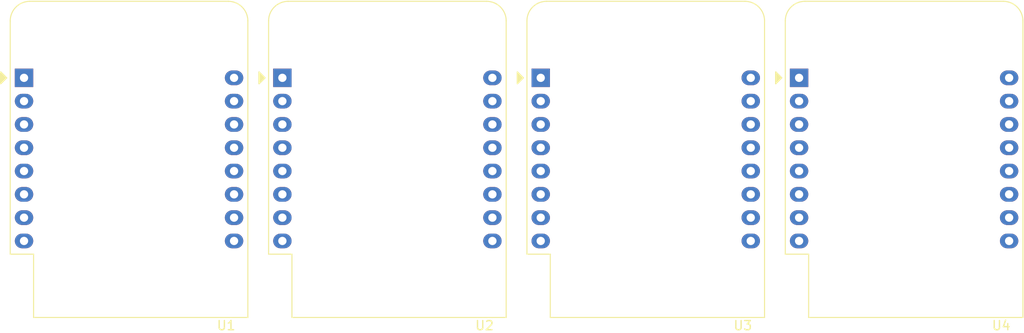
<source format=kicad_pcb>
(kicad_pcb (version 20241229) (generator "pcbnew") (generator_version "9.0")
  (layers (0 "F.Cu" signal) (2 "B.Cu" signal) (13 "F.Paste" user) (15 "B.Paste" user) (5 "F.SilkS" user "F.Silkscreen") (7 "B.SilkS" user "B.Silkscreen") (1 "F.Mask" user) (3 "B.Mask" user) (25 "Edge.Cuts" user))
  (net 0 "")
  (net 1 "Net-(J2-Pin_3)")
  (net 2 "Net-(J2-Pin_2)")
  (net 3 "Net-(J2-Pin_8)")
  (net 4 "Net-(J1-Pin_6)")
  (net 5 "Net-(J2-Pin_7)")
  (net 6 "Net-(J2-Pin_1)")
  (net 7 "Net-(J1-Pin_1)")
  (net 8 "Net-(J1-Pin_2)")
  (net 9 "Net-(J1-Pin_8)")
  (net 10 "Net-(J1-Pin_7)")
  (net 11 "Net-(J1-Pin_5)")
  (net 12 "Net-(J2-Pin_4)")
  (net 13 "Net-(J2-Pin_5)")
  (net 14 "Net-(J1-Pin_3)")
  (net 15 "Net-(J1-Pin_4)")
  (net 16 "Net-(J2-Pin_6)")
  (footprint "RF_Module:WEMOS_D1_mini_light" (layer "F.Cu") (at 91.78 35.47)
    (property "Reference" "U1" (at 22 27 0) (layer "F.SilkS"))
    (property "Value" "WEMOS_D1_mini")
    (fp_line (start -1.5 19.22) (end -1.5 -6.21) (stroke (width 0.12)) (layer "F.SilkS"))
    (fp_line (start -1.5 19.22) (end 1.04 19.22) (stroke (width 0.12)) (layer "F.SilkS"))
    (fp_line (start 1.04 19.22) (end 1.04 26.12) (stroke (width 0.12)) (layer "F.SilkS"))
    (fp_line (start 1.04 26.12) (end 24.36 26.12) (stroke (width 0.12)) (layer "F.SilkS"))
    (fp_line (start 22.24 -8.34) (end 0.63 -8.34) (stroke (width 0.12)) (layer "F.SilkS"))
    (fp_line (start 24.36 26.12) (end 24.36 -6.21) (stroke (width 0.12)) (layer "F.SilkS"))
    (fp_arc (start -1.5 -6.21) (mid -0.876137 -7.716137) (end 0.63 -8.34) (stroke (width 0.12)) (layer "F.SilkS"))
    (fp_arc (start 22.23 -8.34) (mid 23.736137 -7.716137) (end 24.36 -6.21) (stroke (width 0.12)) (layer "F.SilkS"))
    (fp_poly (pts (xy -2.54 -0.635) (xy -2.54 0.635) (xy -1.905 0)) (stroke (width 0.15)) (fill yes) (layer "F.SilkS"))
    (pad "1" thru_hole rect (at 0 0) (size 2 2) (drill 0.9) (layers "*.Cu" "*.Mask") (net 6 "Net-(J2-Pin_1)"))
    (pad "2" thru_hole oval (at 0 2.54) (size 2 1.6) (drill 0.9) (layers "*.Cu" "*.Mask") (net 2 "Net-(J2-Pin_2)"))
    (pad "3" thru_hole oval (at 0 5.08) (size 2 1.6) (drill 0.9) (layers "*.Cu" "*.Mask") (net 1 "Net-(J2-Pin_3)"))
    (pad "4" thru_hole oval (at 0 7.62) (size 2 1.6) (drill 0.9) (layers "*.Cu" "*.Mask") (net 12 "Net-(J2-Pin_4)"))
    (pad "5" thru_hole oval (at 0 10.16) (size 2 1.6) (drill 0.9) (layers "*.Cu" "*.Mask") (net 13 "Net-(J2-Pin_5)"))
    (pad "6" thru_hole oval (at 0 12.7) (size 2 1.6) (drill 0.9) (layers "*.Cu" "*.Mask") (net 16 "Net-(J2-Pin_6)"))
    (pad "7" thru_hole oval (at 0 15.24) (size 2 1.6) (drill 0.9) (layers "*.Cu" "*.Mask") (net 5 "Net-(J2-Pin_7)"))
    (pad "8" thru_hole oval (at 0 17.78) (size 2 1.6) (drill 0.9) (layers "*.Cu" "*.Mask") (net 3 "Net-(J2-Pin_8)"))
    (pad "9" thru_hole oval (at 22.86 17.78) (size 2 1.6) (drill 0.9) (layers "*.Cu" "*.Mask") (net 9 "Net-(J1-Pin_8)"))
    (pad "10" thru_hole oval (at 22.86 15.24) (size 2 1.6) (drill 0.9) (layers "*.Cu" "*.Mask") (net 10 "Net-(J1-Pin_7)"))
    (pad "11" thru_hole oval (at 22.86 12.7) (size 2 1.6) (drill 0.9) (layers "*.Cu" "*.Mask") (net 4 "Net-(J1-Pin_6)"))
    (pad "12" thru_hole oval (at 22.86 10.16) (size 2 1.6) (drill 0.9) (layers "*.Cu" "*.Mask") (net 11 "Net-(J1-Pin_5)"))
    (pad "13" thru_hole oval (at 22.86 7.62) (size 2 1.6) (drill 0.9) (layers "*.Cu" "*.Mask") (net 15 "Net-(J1-Pin_4)"))
    (pad "14" thru_hole oval (at 22.86 5.08) (size 2 1.6) (drill 0.9) (layers "*.Cu" "*.Mask") (net 14 "Net-(J1-Pin_3)"))
    (pad "15" thru_hole oval (at 22.86 2.54) (size 2 1.6) (drill 0.9) (layers "*.Cu" "*.Mask") (net 8 "Net-(J1-Pin_2)"))
    (pad "16" thru_hole oval (at 22.86 0) (size 2 1.6) (drill 0.9) (layers "*.Cu" "*.Mask") (net 7 "Net-(J1-Pin_1)"))
  )
  (footprint "RF_Module:WEMOS_D1_mini_light" (layer "F.Cu") (at 148.02 35.47)
    (property "Reference" "U3" (at 22 27 0) (layer "F.SilkS"))
    (property "Value" "WEMOS_D1_mini")
    (fp_line (start -1.5 19.22) (end -1.5 -6.21) (stroke (width 0.12)) (layer "F.SilkS"))
    (fp_line (start -1.5 19.22) (end 1.04 19.22) (stroke (width 0.12)) (layer "F.SilkS"))
    (fp_line (start 1.04 19.22) (end 1.04 26.12) (stroke (width 0.12)) (layer "F.SilkS"))
    (fp_line (start 1.04 26.12) (end 24.36 26.12) (stroke (width 0.12)) (layer "F.SilkS"))
    (fp_line (start 22.24 -8.34) (end 0.63 -8.34) (stroke (width 0.12)) (layer "F.SilkS"))
    (fp_line (start 24.36 26.12) (end 24.36 -6.21) (stroke (width 0.12)) (layer "F.SilkS"))
    (fp_arc (start -1.5 -6.21) (mid -0.876137 -7.716137) (end 0.63 -8.34) (stroke (width 0.12)) (layer "F.SilkS"))
    (fp_arc (start 22.23 -8.34) (mid 23.736137 -7.716137) (end 24.36 -6.21) (stroke (width 0.12)) (layer "F.SilkS"))
    (fp_poly (pts (xy -2.54 -0.635) (xy -2.54 0.635) (xy -1.905 0)) (stroke (width 0.15)) (fill yes) (layer "F.SilkS"))
    (pad "1" thru_hole rect (at 0 0) (size 2 2) (drill 0.9) (layers "*.Cu" "*.Mask") (net 6 "Net-(J2-Pin_1)"))
    (pad "2" thru_hole oval (at 0 2.54) (size 2 1.6) (drill 0.9) (layers "*.Cu" "*.Mask") (net 2 "Net-(J2-Pin_2)"))
    (pad "3" thru_hole oval (at 0 5.08) (size 2 1.6) (drill 0.9) (layers "*.Cu" "*.Mask") (net 1 "Net-(J2-Pin_3)"))
    (pad "4" thru_hole oval (at 0 7.62) (size 2 1.6) (drill 0.9) (layers "*.Cu" "*.Mask") (net 12 "Net-(J2-Pin_4)"))
    (pad "5" thru_hole oval (at 0 10.16) (size 2 1.6) (drill 0.9) (layers "*.Cu" "*.Mask") (net 13 "Net-(J2-Pin_5)"))
    (pad "6" thru_hole oval (at 0 12.7) (size 2 1.6) (drill 0.9) (layers "*.Cu" "*.Mask") (net 16 "Net-(J2-Pin_6)"))
    (pad "7" thru_hole oval (at 0 15.24) (size 2 1.6) (drill 0.9) (layers "*.Cu" "*.Mask") (net 5 "Net-(J2-Pin_7)"))
    (pad "8" thru_hole oval (at 0 17.78) (size 2 1.6) (drill 0.9) (layers "*.Cu" "*.Mask") (net 3 "Net-(J2-Pin_8)"))
    (pad "9" thru_hole oval (at 22.86 17.78) (size 2 1.6) (drill 0.9) (layers "*.Cu" "*.Mask") (net 9 "Net-(J1-Pin_8)"))
    (pad "10" thru_hole oval (at 22.86 15.24) (size 2 1.6) (drill 0.9) (layers "*.Cu" "*.Mask") (net 10 "Net-(J1-Pin_7)"))
    (pad "11" thru_hole oval (at 22.86 12.7) (size 2 1.6) (drill 0.9) (layers "*.Cu" "*.Mask") (net 4 "Net-(J1-Pin_6)"))
    (pad "12" thru_hole oval (at 22.86 10.16) (size 2 1.6) (drill 0.9) (layers "*.Cu" "*.Mask") (net 11 "Net-(J1-Pin_5)"))
    (pad "13" thru_hole oval (at 22.86 7.62) (size 2 1.6) (drill 0.9) (layers "*.Cu" "*.Mask") (net 15 "Net-(J1-Pin_4)"))
    (pad "14" thru_hole oval (at 22.86 5.08) (size 2 1.6) (drill 0.9) (layers "*.Cu" "*.Mask") (net 14 "Net-(J1-Pin_3)"))
    (pad "15" thru_hole oval (at 22.86 2.54) (size 2 1.6) (drill 0.9) (layers "*.Cu" "*.Mask") (net 8 "Net-(J1-Pin_2)"))
    (pad "16" thru_hole oval (at 22.86 0) (size 2 1.6) (drill 0.9) (layers "*.Cu" "*.Mask") (net 7 "Net-(J1-Pin_1)"))
  )
  (footprint "RF_Module:WEMOS_D1_mini_light" (layer "F.Cu") (at 176.14 35.47)
    (property "Reference" "U4" (at 22 27 0) (layer "F.SilkS"))
    (property "Value" "WEMOS_D1_mini")
    (fp_line (start -1.5 19.22) (end -1.5 -6.21) (stroke (width 0.12)) (layer "F.SilkS"))
    (fp_line (start -1.5 19.22) (end 1.04 19.22) (stroke (width 0.12)) (layer "F.SilkS"))
    (fp_line (start 1.04 19.22) (end 1.04 26.12) (stroke (width 0.12)) (layer "F.SilkS"))
    (fp_line (start 1.04 26.12) (end 24.36 26.12) (stroke (width 0.12)) (layer "F.SilkS"))
    (fp_line (start 22.24 -8.34) (end 0.63 -8.34) (stroke (width 0.12)) (layer "F.SilkS"))
    (fp_line (start 24.36 26.12) (end 24.36 -6.21) (stroke (width 0.12)) (layer "F.SilkS"))
    (fp_arc (start -1.5 -6.21) (mid -0.876137 -7.716137) (end 0.63 -8.34) (stroke (width 0.12)) (layer "F.SilkS"))
    (fp_arc (start 22.23 -8.34) (mid 23.736137 -7.716137) (end 24.36 -6.21) (stroke (width 0.12)) (layer "F.SilkS"))
    (fp_poly (pts (xy -2.54 -0.635) (xy -2.54 0.635) (xy -1.905 0)) (stroke (width 0.15)) (fill yes) (layer "F.SilkS"))
    (pad "1" thru_hole rect (at 0 0) (size 2 2) (drill 0.9) (layers "*.Cu" "*.Mask") (net 6 "Net-(J2-Pin_1)"))
    (pad "2" thru_hole oval (at 0 2.54) (size 2 1.6) (drill 0.9) (layers "*.Cu" "*.Mask") (net 2 "Net-(J2-Pin_2)"))
    (pad "3" thru_hole oval (at 0 5.08) (size 2 1.6) (drill 0.9) (layers "*.Cu" "*.Mask") (net 1 "Net-(J2-Pin_3)"))
    (pad "4" thru_hole oval (at 0 7.62) (size 2 1.6) (drill 0.9) (layers "*.Cu" "*.Mask") (net 12 "Net-(J2-Pin_4)"))
    (pad "5" thru_hole oval (at 0 10.16) (size 2 1.6) (drill 0.9) (layers "*.Cu" "*.Mask") (net 13 "Net-(J2-Pin_5)"))
    (pad "6" thru_hole oval (at 0 12.7) (size 2 1.6) (drill 0.9) (layers "*.Cu" "*.Mask") (net 16 "Net-(J2-Pin_6)"))
    (pad "7" thru_hole oval (at 0 15.24) (size 2 1.6) (drill 0.9) (layers "*.Cu" "*.Mask") (net 5 "Net-(J2-Pin_7)"))
    (pad "8" thru_hole oval (at 0 17.78) (size 2 1.6) (drill 0.9) (layers "*.Cu" "*.Mask") (net 3 "Net-(J2-Pin_8)"))
    (pad "9" thru_hole oval (at 22.86 17.78) (size 2 1.6) (drill 0.9) (layers "*.Cu" "*.Mask") (net 9 "Net-(J1-Pin_8)"))
    (pad "10" thru_hole oval (at 22.86 15.24) (size 2 1.6) (drill 0.9) (layers "*.Cu" "*.Mask") (net 10 "Net-(J1-Pin_7)"))
    (pad "11" thru_hole oval (at 22.86 12.7) (size 2 1.6) (drill 0.9) (layers "*.Cu" "*.Mask") (net 4 "Net-(J1-Pin_6)"))
    (pad "12" thru_hole oval (at 22.86 10.16) (size 2 1.6) (drill 0.9) (layers "*.Cu" "*.Mask") (net 11 "Net-(J1-Pin_5)"))
    (pad "13" thru_hole oval (at 22.86 7.62) (size 2 1.6) (drill 0.9) (layers "*.Cu" "*.Mask") (net 15 "Net-(J1-Pin_4)"))
    (pad "14" thru_hole oval (at 22.86 5.08) (size 2 1.6) (drill 0.9) (layers "*.Cu" "*.Mask") (net 14 "Net-(J1-Pin_3)"))
    (pad "15" thru_hole oval (at 22.86 2.54) (size 2 1.6) (drill 0.9) (layers "*.Cu" "*.Mask") (net 8 "Net-(J1-Pin_2)"))
    (pad "16" thru_hole oval (at 22.86 0) (size 2 1.6) (drill 0.9) (layers "*.Cu" "*.Mask") (net 7 "Net-(J1-Pin_1)"))
  )
  (footprint "RF_Module:WEMOS_D1_mini_light" (layer "F.Cu") (at 119.9 35.47)
    (property "Reference" "U2" (at 22 27 0) (layer "F.SilkS"))
    (property "Value" "WEMOS_D1_mini")
    (fp_line (start -1.5 19.22) (end -1.5 -6.21) (stroke (width 0.12)) (layer "F.SilkS"))
    (fp_line (start -1.5 19.22) (end 1.04 19.22) (stroke (width 0.12)) (layer "F.SilkS"))
    (fp_line (start 1.04 19.22) (end 1.04 26.12) (stroke (width 0.12)) (layer "F.SilkS"))
    (fp_line (start 1.04 26.12) (end 24.36 26.12) (stroke (width 0.12)) (layer "F.SilkS"))
    (fp_line (start 22.24 -8.34) (end 0.63 -8.34) (stroke (width 0.12)) (layer "F.SilkS"))
    (fp_line (start 24.36 26.12) (end 24.36 -6.21) (stroke (width 0.12)) (layer "F.SilkS"))
    (fp_arc (start -1.5 -6.21) (mid -0.876137 -7.716137) (end 0.63 -8.34) (stroke (width 0.12)) (layer "F.SilkS"))
    (fp_arc (start 22.23 -8.34) (mid 23.736137 -7.716137) (end 24.36 -6.21) (stroke (width 0.12)) (layer "F.SilkS"))
    (fp_poly (pts (xy -2.54 -0.635) (xy -2.54 0.635) (xy -1.905 0)) (stroke (width 0.15)) (fill yes) (layer "F.SilkS"))
    (pad "1" thru_hole rect (at 0 0) (size 2 2) (drill 0.9) (layers "*.Cu" "*.Mask") (net 6 "Net-(J2-Pin_1)"))
    (pad "2" thru_hole oval (at 0 2.54) (size 2 1.6) (drill 0.9) (layers "*.Cu" "*.Mask") (net 2 "Net-(J2-Pin_2)"))
    (pad "3" thru_hole oval (at 0 5.08) (size 2 1.6) (drill 0.9) (layers "*.Cu" "*.Mask") (net 1 "Net-(J2-Pin_3)"))
    (pad "4" thru_hole oval (at 0 7.62) (size 2 1.6) (drill 0.9) (layers "*.Cu" "*.Mask") (net 12 "Net-(J2-Pin_4)"))
    (pad "5" thru_hole oval (at 0 10.16) (size 2 1.6) (drill 0.9) (layers "*.Cu" "*.Mask") (net 13 "Net-(J2-Pin_5)"))
    (pad "6" thru_hole oval (at 0 12.7) (size 2 1.6) (drill 0.9) (layers "*.Cu" "*.Mask") (net 16 "Net-(J2-Pin_6)"))
    (pad "7" thru_hole oval (at 0 15.24) (size 2 1.6) (drill 0.9) (layers "*.Cu" "*.Mask") (net 5 "Net-(J2-Pin_7)"))
    (pad "8" thru_hole oval (at 0 17.78) (size 2 1.6) (drill 0.9) (layers "*.Cu" "*.Mask") (net 3 "Net-(J2-Pin_8)"))
    (pad "9" thru_hole oval (at 22.86 17.78) (size 2 1.6) (drill 0.9) (layers "*.Cu" "*.Mask") (net 9 "Net-(J1-Pin_8)"))
    (pad "10" thru_hole oval (at 22.86 15.24) (size 2 1.6) (drill 0.9) (layers "*.Cu" "*.Mask") (net 10 "Net-(J1-Pin_7)"))
    (pad "11" thru_hole oval (at 22.86 12.7) (size 2 1.6) (drill 0.9) (layers "*.Cu" "*.Mask") (net 4 "Net-(J1-Pin_6)"))
    (pad "12" thru_hole oval (at 22.86 10.16) (size 2 1.6) (drill 0.9) (layers "*.Cu" "*.Mask") (net 11 "Net-(J1-Pin_5)"))
    (pad "13" thru_hole oval (at 22.86 7.62) (size 2 1.6) (drill 0.9) (layers "*.Cu" "*.Mask") (net 15 "Net-(J1-Pin_4)"))
    (pad "14" thru_hole oval (at 22.86 5.08) (size 2 1.6) (drill 0.9) (layers "*.Cu" "*.Mask") (net 14 "Net-(J1-Pin_3)"))
    (pad "15" thru_hole oval (at 22.86 2.54) (size 2 1.6) (drill 0.9) (layers "*.Cu" "*.Mask") (net 8 "Net-(J1-Pin_2)"))
    (pad "16" thru_hole oval (at 22.86 0) (size 2 1.6) (drill 0.9) (layers "*.Cu" "*.Mask") (net 7 "Net-(J1-Pin_1)"))
  )
)
</source>
